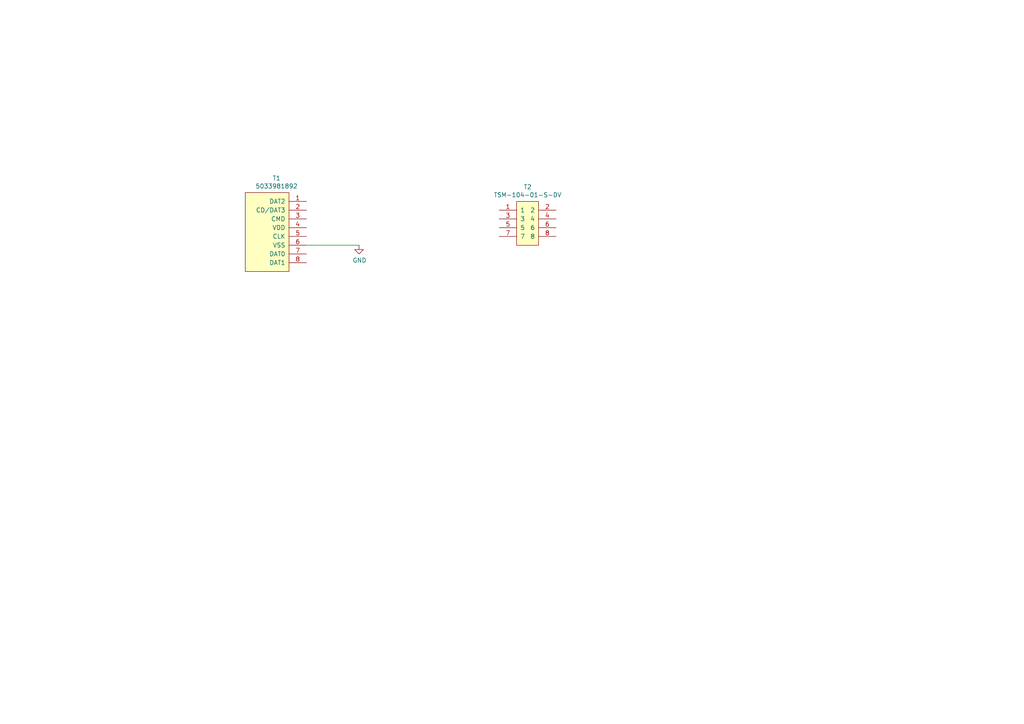
<source format=kicad_sch>
(kicad_sch (version 20230121) (generator eeschema)
  (paper "A4")
  (lib_symbols
    (symbol "GC_SD2SP2_SDBOARD-rescue:5033981892-AVR-KiCAD-Lib-Special" (pin_names (offset 1.016))
      (property "Reference" "T" (at -12.7 3.81 0))
      (property "Value" "AVR-KiCAD-Lib-Special_5033981892" (at -6.35 -21.59 0))
      (symbol "5033981892-AVR-KiCAD-Lib-Special_0_1"
        (rectangle (start -12.7 2.54) (end 0 -20.32) (fill (type background)))
      )
      (symbol "5033981892-AVR-KiCAD-Lib-Special_1_1"
        (pin bidirectional line (at 5.08 0 180) (length 5.08) (name "DAT2") (number "1"))
        (pin bidirectional line (at 5.08 -2.54 180) (length 5.08) (name "CD/DAT3") (number "2"))
        (pin bidirectional line (at 5.08 -5.08 180) (length 5.08) (name "CMD") (number "3"))
        (pin power_in line (at 5.08 -7.62 180) (length 5.08) (name "VDD") (number "4"))
        (pin input line (at 5.08 -10.16 180) (length 5.08) (name "CLK") (number "5"))
        (pin passive line (at 5.08 -12.7 180) (length 5.08) (name "VSS") (number "6"))
        (pin bidirectional line (at 5.08 -15.24 180) (length 5.08) (name "DAT0") (number "7"))
        (pin bidirectional line (at 5.08 -17.78 180) (length 5.08) (name "DAT1") (number "8"))
      )
    )
    (symbol "GC_SD2SP2_SDBOARD-rescue:TSM-104-01-S-DV-AVR-KiCAD-Lib-Connectors" (pin_names (offset 1.016))
      (property "Reference" "T" (at -2.54 3.81 0))
      (property "Value" "AVR-KiCAD-Lib-Connectors_TSM-104-01-S-DV" (at 6.35 -11.43 0))
      (symbol "TSM-104-01-S-DV-AVR-KiCAD-Lib-Connectors_0_1"
        (rectangle (start -2.54 2.54) (end 3.81 -10.16) (fill (type background)))
      )
      (symbol "TSM-104-01-S-DV-AVR-KiCAD-Lib-Connectors_1_1"
        (pin passive line (at -7.62 0 0) (length 5.08) (name "1") (number "1"))
        (pin passive line (at 8.89 0 180) (length 5.08) (name "2") (number "2"))
        (pin passive line (at -7.62 -2.54 0) (length 5.08) (name "3") (number "3"))
        (pin passive line (at 8.89 -2.54 180) (length 5.08) (name "4") (number "4"))
        (pin passive line (at -7.62 -5.08 0) (length 5.08) (name "5") (number "5"))
        (pin passive line (at 8.89 -5.08 180) (length 5.08) (name "6") (number "6"))
        (pin passive line (at -7.62 -7.62 0) (length 5.08) (name "7") (number "7"))
        (pin passive line (at 8.89 -7.62 180) (length 5.08) (name "8") (number "8"))
      )
    )
    (symbol "power:GND" (power) (pin_names (offset 0))
      (property "Value" "GND" (at 0 -3.81 0))
      (symbol "GND_0_1"
        (polyline (pts (xy 0 0) (xy 0 -1.27) (xy 1.27 -1.27) (xy 0 -2.54) (xy -1.27 -1.27) (xy 0 -1.27)))
      )
      (symbol "GND_1_1"
        (pin power_in line (at 0 0 270) (length 0) hide (name "GND") (number "1"))
      )
    )
  )
  (wire (pts (xy 88.9 71.12) (xy 104.14 71.12)))
  (symbol (lib_id "GC_SD2SP2_SDBOARD-rescue:5033981892-AVR-KiCAD-Lib-Special") (at 83.82 58.42 0) (unit 1)
    (property "Reference" "T1" (at 80.2132 51.689 0))
    (property "Value" "5033981892" (at 80.2132 54.0004 0))
    (property "Footprint" "AVR-KiCAD-Lib-Special:MOLEX_503398-1892" (effects hide))
    (property "Datasheet" "https://www.molex.com/pdm_docs/sd/5033981892_sd.pdf" (effects hide))
    (property "Cost QTY: 1" "2.65000" (effects hide))
    (property "Cost QTY: 1000" "1.47345" (effects hide))
    (property "Cost QTY: 2500" "1.25020" (effects hide))
    (property "Cost QTY: 5000" "1.18769" (effects hide))
    (property "Cost QTY: 10000" "*" (effects hide))
    (property "MFR" "Molex" (effects hide))
    (property "MFR#" "5033981892" (effects hide))
    (property "Vendor" "Digikey" (effects hide))
    (property "Vendor #" "WM11190TR-ND" (effects hide))
    (property "Designer" "AVR" (effects hide))
    (property "Height" "1.28mm" (effects hide))
    (property "Date Created" "6/2/2020" (effects hide))
    (property "Date Modified" "6/2/2020" (effects hide))
    (property "Lead-Free ?" "Yes" (effects hide))
    (property "RoHS Levels" "1" (effects hide))
    (property "Mounting" "SMT" (effects hide))
    (property "Pin Count #" "10" (effects hide))
    (property "Status" "Active" (effects hide))
    (property "Tolerance" "*" (effects hide))
    (property "Type" "MicroSD Slot" (effects hide))
    (property "Voltage" "3.3V" (effects hide))
    (property "Package" "Proprietary" (effects hide))
    (property "Description" "9 (8 + 1) Position Card Connector microSD™ Surface Mount, Right Angle Gold" (effects hide))
    (property "_Value_" "5033981892" (effects hide))
    (property "Management_ID" "*" (effects hide))
  )
  (symbol (lib_id "GC_SD2SP2_SDBOARD-rescue:TSM-104-01-S-DV-AVR-KiCAD-Lib-Connectors") (at 152.4 60.96 0) (unit 1)
    (property "Reference" "T2" (at 153.035 54.229 0))
    (property "Value" "TSM-104-01-S-DV" (at 153.035 56.5404 0))
    (property "Footprint" "AVR-KiCAD-Lib-Connectors:TSM-104-01-S-DV_2x04_Pitch2.54mm_SMD" (effects hide))
    (property "Datasheet" "http://suddendocs.samtec.com/catalog_english/tsm.pdf" (effects hide))
    (property "Cost QTY: 1" "1.39000" (effects hide))
    (property "Cost QTY: 1000" "0.77100" (effects hide))
    (property "Cost QTY: 2500" "*" (effects hide))
    (property "Cost QTY: 5000" "0.68362" (effects hide))
    (property "Cost QTY: 10000" "0.66820" (effects hide))
    (property "MFR" "Samtec Inc." (effects hide))
    (property "MFR#" "TSM-104-01-S-DV" (effects hide))
    (property "Vendor" "Digikey" (effects hide))
    (property "Vendor #" "SAM10793-ND" (effects hide))
    (property "Designer" "AVR" (effects hide))
    (property "Height" "*" (effects hide))
    (property "Date Created" "8/15/2020" (effects hide))
    (property "Date Modified" "8/15/2020" (effects hide))
    (property "Lead-Free ?" "Yes" (effects hide))
    (property "RoHS Levels" "1" (effects hide))
    (property "Mounting" "SMT" (effects hide))
    (property "Pin Count #" "8" (effects hide))
    (property "Status" "Active" (effects hide))
    (property "Tolerance" "*" (effects hide))
    (property "Type" "SMT Pin Header" (effects hide))
    (property "Voltage" "*" (effects hide))
    (property "Package" "*" (effects hide))
    (property "Description" "CONN HEADER SMD 8POS 2.54MM" (effects hide))
    (property "_Value_" "2X04_SMT" (effects hide))
    (property "Management_ID" "*" (effects hide))
  )
  (symbol (lib_id "power:GND") (at 104.14 71.12 0) (unit 1)
    (property "Reference" "#PWR?" (effects hide))
    (property "Value" "GND" (at 104.267 75.5142 0))
  )
)
</source>
